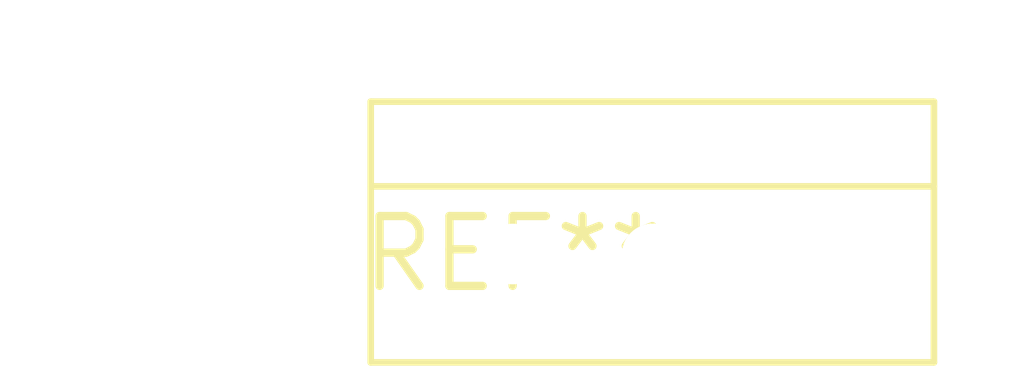
<source format=kicad_pcb>
(kicad_pcb (version 20240108) (generator pcbnew)
  (layers (0 "F.Cu" signal) (31 "B.Cu" signal) (34 "B.Paste" user) (35 "F.Paste" user) (36 "B.SilkS" user "B.Silkscreen") (37 "F.SilkS" user "F.Silkscreen") (38 "B.Mask" user) (39 "F.Mask" user) (44 "Edge.Cuts" user))
  (net 0 "")
  (footprint "TO-262-3_Vertical" (layer "F.Cu") (at 0 0)
    (property "Reference" "REF**")
    (property "Value" "TO-262-3_Vertical")
    (fp_line (start -2.58 -2.77) (end -2.58 1.971) (layer "F.SilkS") (stroke (width 0.12)))
    (fp_line (start -2.58 -2.77) (end 7.66 -2.77) (layer "F.SilkS") (stroke (width 0.12)))
    (fp_line (start -2.58 -1.23) (end 7.66 -1.23) (layer "F.SilkS") (stroke (width 0.12)))
    (fp_line (start -2.58 1.971) (end 7.66 1.971) (layer "F.SilkS") (stroke (width 0.12)))
    (fp_line (start 7.66 -2.77) (end 7.66 1.971) (layer "F.SilkS") (stroke (width 0.12)))
    (pad "1" thru_hole rect (at 0 0) (size 1.905 2) (drill 1.1) (layers *.Cu *.Mask) (remove_unused_layers))
    (pad "2" thru_hole oval (at 2.54 0) (size 1.905 2) (drill 1.1) (layers *.Cu *.Mask) (remove_unused_layers))
    (pad "3" thru_hole oval (at 5.08 0) (size 1.905 2) (drill 1.1) (layers *.Cu *.Mask) (remove_unused_layers))
  )
)
</source>
